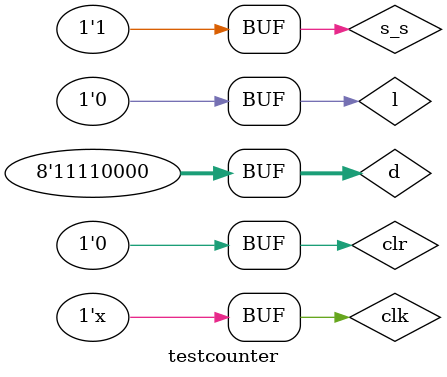
<source format=v>
module testcounter ();
reg [7:0] d;
wire [7:0] c;
reg s_s, l, clk, clr;

counter inst0 (clr, clk, l, s_s, c, d);

initial 
  begin
    # 5 clk <= 0; clr <= 0; l <= 0;  s_s <= 0;  d <= 8'hF0;
  end
always # 40 clk <= !clk;
initial 
   begin
     # 100 clr <= 1;
     #  50 clr <= 0; 
   end
initial
  begin
    #  400 s_s <= 1;
    # 3000 s_s <= 0;
  end
initial
  begin
    # 3500 s_s <= 1;
    # 3700 l <= 1;
    #  200 l <= 0;
  end
endmodule


</source>
